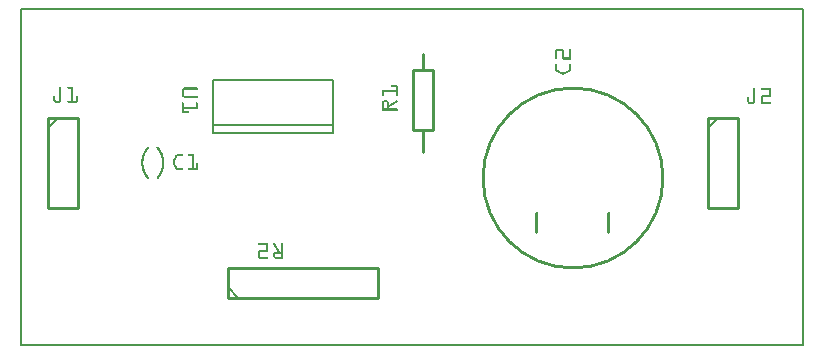
<source format=gto>
G04 MADE WITH FRITZING*
G04 WWW.FRITZING.ORG*
G04 SINGLE SIDED*
G04 HOLES NOT PLATED*
G04 CONTOUR ON CENTER OF CONTOUR VECTOR*
%ASAXBY*%
%FSLAX23Y23*%
%MOIN*%
%OFA0B0*%
%SFA1.0B1.0*%
%ADD10C,0.610000X0.59*%
%ADD11R,2.614480X1.128110X2.598480X1.112110*%
%ADD12C,0.008000*%
%ADD13C,0.010000*%
%ADD14C,0.005000*%
%ADD15R,0.001000X0.001000*%
%LNSILK1*%
G90*
G70*
G54D10*
X1844Y562D03*
G54D12*
X4Y1124D02*
X2610Y1124D01*
X2610Y4D01*
X4Y4D01*
X4Y1124D01*
D02*
G54D13*
X1344Y649D02*
X1344Y721D01*
D02*
X1344Y921D02*
X1344Y974D01*
D02*
X1311Y721D02*
X1311Y921D01*
D02*
X1311Y921D02*
X1377Y921D01*
D02*
X1377Y921D02*
X1377Y721D01*
D02*
X1377Y721D02*
X1311Y721D01*
G54D12*
D02*
X644Y887D02*
X1044Y887D01*
D02*
X1044Y887D02*
X1044Y737D01*
D02*
X1044Y737D02*
X1044Y712D01*
D02*
X1044Y712D02*
X644Y712D01*
D02*
X644Y712D02*
X644Y737D01*
D02*
X644Y737D02*
X644Y887D01*
D02*
X644Y737D02*
X1044Y737D01*
G54D13*
D02*
X94Y762D02*
X94Y462D01*
D02*
X94Y462D02*
X194Y462D01*
D02*
X194Y462D02*
X194Y762D01*
D02*
X194Y762D02*
X94Y762D01*
G54D14*
D02*
X94Y727D02*
X129Y762D01*
G54D13*
D02*
X2294Y762D02*
X2294Y462D01*
D02*
X2294Y462D02*
X2394Y462D01*
D02*
X2394Y462D02*
X2394Y762D01*
D02*
X2394Y762D02*
X2294Y762D01*
G54D14*
D02*
X2294Y727D02*
X2329Y762D01*
G54D13*
D02*
X694Y162D02*
X1194Y162D01*
D02*
X1194Y162D02*
X1194Y262D01*
D02*
X1194Y262D02*
X694Y262D01*
D02*
X694Y262D02*
X694Y162D01*
G54D14*
D02*
X729Y162D02*
X694Y197D01*
G54D15*
X1791Y991D02*
X1808Y991D01*
X1788Y990D02*
X1811Y990D01*
X1833Y990D02*
X1837Y990D01*
X1787Y989D02*
X1812Y989D01*
X1832Y989D02*
X1838Y989D01*
X1786Y988D02*
X1813Y988D01*
X1832Y988D02*
X1838Y988D01*
X1785Y987D02*
X1814Y987D01*
X1832Y987D02*
X1838Y987D01*
X1785Y986D02*
X1814Y986D01*
X1832Y986D02*
X1838Y986D01*
X1785Y985D02*
X1814Y985D01*
X1832Y985D02*
X1838Y985D01*
X1785Y984D02*
X1791Y984D01*
X1808Y984D02*
X1814Y984D01*
X1832Y984D02*
X1838Y984D01*
X1785Y983D02*
X1791Y983D01*
X1808Y983D02*
X1814Y983D01*
X1832Y983D02*
X1838Y983D01*
X1785Y982D02*
X1791Y982D01*
X1808Y982D02*
X1814Y982D01*
X1832Y982D02*
X1838Y982D01*
X1785Y981D02*
X1791Y981D01*
X1808Y981D02*
X1814Y981D01*
X1832Y981D02*
X1838Y981D01*
X1785Y980D02*
X1791Y980D01*
X1808Y980D02*
X1814Y980D01*
X1832Y980D02*
X1838Y980D01*
X1785Y979D02*
X1791Y979D01*
X1808Y979D02*
X1814Y979D01*
X1832Y979D02*
X1838Y979D01*
X1785Y978D02*
X1791Y978D01*
X1808Y978D02*
X1814Y978D01*
X1832Y978D02*
X1838Y978D01*
X1785Y977D02*
X1791Y977D01*
X1808Y977D02*
X1814Y977D01*
X1832Y977D02*
X1838Y977D01*
X1785Y976D02*
X1791Y976D01*
X1808Y976D02*
X1814Y976D01*
X1832Y976D02*
X1838Y976D01*
X1785Y975D02*
X1791Y975D01*
X1808Y975D02*
X1814Y975D01*
X1832Y975D02*
X1838Y975D01*
X1785Y974D02*
X1791Y974D01*
X1808Y974D02*
X1814Y974D01*
X1832Y974D02*
X1838Y974D01*
X1785Y973D02*
X1791Y973D01*
X1808Y973D02*
X1814Y973D01*
X1832Y973D02*
X1838Y973D01*
X1785Y972D02*
X1791Y972D01*
X1808Y972D02*
X1814Y972D01*
X1832Y972D02*
X1838Y972D01*
X1785Y971D02*
X1791Y971D01*
X1808Y971D02*
X1814Y971D01*
X1832Y971D02*
X1838Y971D01*
X1785Y970D02*
X1791Y970D01*
X1808Y970D02*
X1814Y970D01*
X1832Y970D02*
X1838Y970D01*
X1785Y969D02*
X1791Y969D01*
X1808Y969D02*
X1814Y969D01*
X1832Y969D02*
X1838Y969D01*
X1785Y968D02*
X1791Y968D01*
X1808Y968D02*
X1814Y968D01*
X1832Y968D02*
X1838Y968D01*
X1785Y967D02*
X1791Y967D01*
X1808Y967D02*
X1814Y967D01*
X1832Y967D02*
X1838Y967D01*
X1785Y966D02*
X1791Y966D01*
X1808Y966D02*
X1814Y966D01*
X1832Y966D02*
X1838Y966D01*
X1785Y965D02*
X1791Y965D01*
X1808Y965D02*
X1814Y965D01*
X1832Y965D02*
X1838Y965D01*
X1785Y964D02*
X1791Y964D01*
X1808Y964D02*
X1814Y964D01*
X1832Y964D02*
X1838Y964D01*
X1785Y963D02*
X1791Y963D01*
X1808Y963D02*
X1838Y963D01*
X1785Y962D02*
X1791Y962D01*
X1809Y962D02*
X1838Y962D01*
X1785Y961D02*
X1791Y961D01*
X1809Y961D02*
X1838Y961D01*
X1785Y960D02*
X1791Y960D01*
X1809Y960D02*
X1838Y960D01*
X1785Y959D02*
X1791Y959D01*
X1810Y959D02*
X1838Y959D01*
X1785Y958D02*
X1790Y958D01*
X1811Y958D02*
X1838Y958D01*
X1787Y957D02*
X1789Y957D01*
X1813Y957D02*
X1838Y957D01*
X1786Y940D02*
X1790Y940D01*
X1833Y940D02*
X1837Y940D01*
X1785Y939D02*
X1790Y939D01*
X1832Y939D02*
X1838Y939D01*
X1785Y938D02*
X1791Y938D01*
X1832Y938D02*
X1838Y938D01*
X1785Y937D02*
X1791Y937D01*
X1832Y937D02*
X1838Y937D01*
X1785Y936D02*
X1791Y936D01*
X1832Y936D02*
X1838Y936D01*
X1785Y935D02*
X1791Y935D01*
X1832Y935D02*
X1838Y935D01*
X1785Y934D02*
X1791Y934D01*
X1832Y934D02*
X1838Y934D01*
X1785Y933D02*
X1791Y933D01*
X1832Y933D02*
X1838Y933D01*
X1785Y932D02*
X1791Y932D01*
X1832Y932D02*
X1838Y932D01*
X1785Y931D02*
X1791Y931D01*
X1832Y931D02*
X1838Y931D01*
X1785Y930D02*
X1791Y930D01*
X1832Y930D02*
X1838Y930D01*
X1785Y929D02*
X1791Y929D01*
X1832Y929D02*
X1838Y929D01*
X1785Y928D02*
X1791Y928D01*
X1832Y928D02*
X1838Y928D01*
X1785Y927D02*
X1791Y927D01*
X1832Y927D02*
X1838Y927D01*
X1785Y926D02*
X1791Y926D01*
X1832Y926D02*
X1838Y926D01*
X1785Y925D02*
X1791Y925D01*
X1832Y925D02*
X1838Y925D01*
X1785Y924D02*
X1791Y924D01*
X1832Y924D02*
X1838Y924D01*
X1785Y923D02*
X1791Y923D01*
X1832Y923D02*
X1838Y923D01*
X1785Y922D02*
X1792Y922D01*
X1831Y922D02*
X1838Y922D01*
X1785Y921D02*
X1794Y921D01*
X1829Y921D02*
X1837Y921D01*
X1786Y920D02*
X1796Y920D01*
X1827Y920D02*
X1837Y920D01*
X1786Y919D02*
X1798Y919D01*
X1825Y919D02*
X1836Y919D01*
X1787Y918D02*
X1800Y918D01*
X1823Y918D02*
X1835Y918D01*
X1788Y917D02*
X1802Y917D01*
X1821Y917D02*
X1835Y917D01*
X1789Y916D02*
X1804Y916D01*
X1819Y916D02*
X1833Y916D01*
X1791Y915D02*
X1806Y915D01*
X1817Y915D02*
X1832Y915D01*
X1793Y914D02*
X1808Y914D01*
X1815Y914D02*
X1830Y914D01*
X1795Y913D02*
X1828Y913D01*
X1797Y912D02*
X1826Y912D01*
X1799Y911D02*
X1824Y911D01*
X1801Y910D02*
X1822Y910D01*
X1803Y909D02*
X1820Y909D01*
X1805Y908D02*
X1818Y908D01*
X1808Y907D02*
X1815Y907D01*
X1239Y870D02*
X1259Y870D01*
X1238Y869D02*
X1260Y869D01*
X1237Y868D02*
X1261Y868D01*
X1237Y867D02*
X1261Y867D01*
X135Y866D02*
X137Y866D01*
X161Y866D02*
X179Y866D01*
X1237Y866D02*
X1261Y866D01*
X134Y865D02*
X139Y865D01*
X160Y865D02*
X179Y865D01*
X1238Y865D02*
X1261Y865D01*
X134Y864D02*
X139Y864D01*
X159Y864D02*
X179Y864D01*
X1239Y864D02*
X1261Y864D01*
X133Y863D02*
X139Y863D01*
X159Y863D02*
X179Y863D01*
X549Y863D02*
X592Y863D01*
X1255Y863D02*
X1261Y863D01*
X133Y862D02*
X139Y862D01*
X159Y862D02*
X179Y862D01*
X546Y862D02*
X593Y862D01*
X1255Y862D02*
X1261Y862D01*
X133Y861D02*
X139Y861D01*
X160Y861D02*
X179Y861D01*
X545Y861D02*
X594Y861D01*
X1255Y861D02*
X1261Y861D01*
X2447Y861D02*
X2451Y861D01*
X2473Y861D02*
X2502Y861D01*
X133Y860D02*
X139Y860D01*
X161Y860D02*
X179Y860D01*
X544Y860D02*
X594Y860D01*
X1255Y860D02*
X1261Y860D01*
X2446Y860D02*
X2451Y860D01*
X2472Y860D02*
X2503Y860D01*
X133Y859D02*
X139Y859D01*
X173Y859D02*
X179Y859D01*
X543Y859D02*
X594Y859D01*
X1255Y859D02*
X1261Y859D01*
X2446Y859D02*
X2452Y859D01*
X2472Y859D02*
X2504Y859D01*
X133Y858D02*
X139Y858D01*
X173Y858D02*
X179Y858D01*
X542Y858D02*
X594Y858D01*
X1255Y858D02*
X1261Y858D01*
X2446Y858D02*
X2452Y858D01*
X2472Y858D02*
X2505Y858D01*
X133Y857D02*
X139Y857D01*
X173Y857D02*
X179Y857D01*
X542Y857D02*
X593Y857D01*
X1255Y857D02*
X1261Y857D01*
X2446Y857D02*
X2452Y857D01*
X2472Y857D02*
X2505Y857D01*
X133Y856D02*
X139Y856D01*
X173Y856D02*
X179Y856D01*
X542Y856D02*
X549Y856D01*
X1208Y856D02*
X1261Y856D01*
X2446Y856D02*
X2452Y856D01*
X2473Y856D02*
X2505Y856D01*
X133Y855D02*
X139Y855D01*
X173Y855D02*
X179Y855D01*
X541Y855D02*
X548Y855D01*
X1208Y855D02*
X1261Y855D01*
X2446Y855D02*
X2452Y855D01*
X2474Y855D02*
X2505Y855D01*
X133Y854D02*
X139Y854D01*
X173Y854D02*
X179Y854D01*
X541Y854D02*
X547Y854D01*
X1208Y854D02*
X1261Y854D01*
X2446Y854D02*
X2452Y854D01*
X2499Y854D02*
X2505Y854D01*
X133Y853D02*
X139Y853D01*
X173Y853D02*
X179Y853D01*
X541Y853D02*
X547Y853D01*
X1208Y853D02*
X1261Y853D01*
X2446Y853D02*
X2452Y853D01*
X2499Y853D02*
X2505Y853D01*
X133Y852D02*
X139Y852D01*
X173Y852D02*
X179Y852D01*
X541Y852D02*
X547Y852D01*
X1208Y852D02*
X1261Y852D01*
X2446Y852D02*
X2452Y852D01*
X2499Y852D02*
X2505Y852D01*
X133Y851D02*
X139Y851D01*
X173Y851D02*
X179Y851D01*
X541Y851D02*
X547Y851D01*
X1208Y851D02*
X1261Y851D01*
X2446Y851D02*
X2452Y851D01*
X2499Y851D02*
X2505Y851D01*
X133Y850D02*
X139Y850D01*
X173Y850D02*
X179Y850D01*
X541Y850D02*
X547Y850D01*
X1208Y850D02*
X1261Y850D01*
X2446Y850D02*
X2452Y850D01*
X2499Y850D02*
X2505Y850D01*
X133Y849D02*
X139Y849D01*
X173Y849D02*
X179Y849D01*
X541Y849D02*
X547Y849D01*
X1208Y849D02*
X1214Y849D01*
X1255Y849D02*
X1261Y849D01*
X2446Y849D02*
X2452Y849D01*
X2499Y849D02*
X2505Y849D01*
X133Y848D02*
X139Y848D01*
X173Y848D02*
X179Y848D01*
X541Y848D02*
X547Y848D01*
X1208Y848D02*
X1214Y848D01*
X1255Y848D02*
X1261Y848D01*
X2446Y848D02*
X2452Y848D01*
X2499Y848D02*
X2505Y848D01*
X133Y847D02*
X139Y847D01*
X173Y847D02*
X179Y847D01*
X541Y847D02*
X547Y847D01*
X1208Y847D02*
X1214Y847D01*
X1255Y847D02*
X1261Y847D01*
X2446Y847D02*
X2452Y847D01*
X2499Y847D02*
X2505Y847D01*
X133Y846D02*
X139Y846D01*
X173Y846D02*
X179Y846D01*
X541Y846D02*
X547Y846D01*
X1208Y846D02*
X1214Y846D01*
X1255Y846D02*
X1261Y846D01*
X2446Y846D02*
X2452Y846D01*
X2499Y846D02*
X2505Y846D01*
X133Y845D02*
X139Y845D01*
X173Y845D02*
X179Y845D01*
X541Y845D02*
X547Y845D01*
X1208Y845D02*
X1214Y845D01*
X1255Y845D02*
X1261Y845D01*
X2446Y845D02*
X2452Y845D01*
X2499Y845D02*
X2505Y845D01*
X133Y844D02*
X139Y844D01*
X173Y844D02*
X179Y844D01*
X541Y844D02*
X547Y844D01*
X1208Y844D02*
X1214Y844D01*
X1255Y844D02*
X1261Y844D01*
X2446Y844D02*
X2452Y844D01*
X2499Y844D02*
X2505Y844D01*
X133Y843D02*
X139Y843D01*
X173Y843D02*
X179Y843D01*
X541Y843D02*
X547Y843D01*
X1208Y843D02*
X1214Y843D01*
X1255Y843D02*
X1261Y843D01*
X2446Y843D02*
X2452Y843D01*
X2499Y843D02*
X2505Y843D01*
X133Y842D02*
X139Y842D01*
X173Y842D02*
X179Y842D01*
X541Y842D02*
X547Y842D01*
X1208Y842D02*
X1214Y842D01*
X1255Y842D02*
X1261Y842D01*
X2446Y842D02*
X2452Y842D01*
X2499Y842D02*
X2505Y842D01*
X133Y841D02*
X139Y841D01*
X173Y841D02*
X179Y841D01*
X541Y841D02*
X547Y841D01*
X1208Y841D02*
X1214Y841D01*
X1255Y841D02*
X1261Y841D01*
X2446Y841D02*
X2452Y841D01*
X2499Y841D02*
X2505Y841D01*
X133Y840D02*
X139Y840D01*
X173Y840D02*
X179Y840D01*
X541Y840D02*
X547Y840D01*
X1208Y840D02*
X1214Y840D01*
X1255Y840D02*
X1261Y840D01*
X2446Y840D02*
X2452Y840D01*
X2499Y840D02*
X2505Y840D01*
X133Y839D02*
X139Y839D01*
X173Y839D02*
X179Y839D01*
X541Y839D02*
X547Y839D01*
X1208Y839D02*
X1214Y839D01*
X1255Y839D02*
X1261Y839D01*
X2446Y839D02*
X2452Y839D01*
X2499Y839D02*
X2505Y839D01*
X133Y838D02*
X139Y838D01*
X173Y838D02*
X179Y838D01*
X541Y838D02*
X547Y838D01*
X1208Y838D02*
X1213Y838D01*
X1255Y838D02*
X1261Y838D01*
X2446Y838D02*
X2452Y838D01*
X2477Y838D02*
X2505Y838D01*
X133Y837D02*
X139Y837D01*
X173Y837D02*
X179Y837D01*
X541Y837D02*
X548Y837D01*
X1209Y837D02*
X1213Y837D01*
X1256Y837D02*
X1260Y837D01*
X2446Y837D02*
X2452Y837D01*
X2475Y837D02*
X2505Y837D01*
X114Y836D02*
X117Y836D01*
X133Y836D02*
X139Y836D01*
X173Y836D02*
X179Y836D01*
X188Y836D02*
X192Y836D01*
X542Y836D02*
X550Y836D01*
X2446Y836D02*
X2452Y836D01*
X2474Y836D02*
X2505Y836D01*
X113Y835D02*
X118Y835D01*
X133Y835D02*
X139Y835D01*
X173Y835D02*
X179Y835D01*
X187Y835D02*
X192Y835D01*
X542Y835D02*
X593Y835D01*
X2446Y835D02*
X2452Y835D01*
X2473Y835D02*
X2505Y835D01*
X113Y834D02*
X119Y834D01*
X133Y834D02*
X139Y834D01*
X173Y834D02*
X179Y834D01*
X187Y834D02*
X193Y834D01*
X543Y834D02*
X594Y834D01*
X2446Y834D02*
X2452Y834D01*
X2472Y834D02*
X2504Y834D01*
X113Y833D02*
X119Y833D01*
X133Y833D02*
X139Y833D01*
X173Y833D02*
X179Y833D01*
X187Y833D02*
X193Y833D01*
X543Y833D02*
X594Y833D01*
X2446Y833D02*
X2452Y833D01*
X2472Y833D02*
X2503Y833D01*
X113Y832D02*
X119Y832D01*
X133Y832D02*
X139Y832D01*
X173Y832D02*
X179Y832D01*
X187Y832D02*
X193Y832D01*
X544Y832D02*
X594Y832D01*
X2427Y832D02*
X2429Y832D01*
X2446Y832D02*
X2452Y832D01*
X2472Y832D02*
X2501Y832D01*
X113Y831D02*
X119Y831D01*
X133Y831D02*
X139Y831D01*
X173Y831D02*
X179Y831D01*
X187Y831D02*
X193Y831D01*
X545Y831D02*
X594Y831D01*
X2426Y831D02*
X2430Y831D01*
X2446Y831D02*
X2452Y831D01*
X2472Y831D02*
X2478Y831D01*
X113Y830D02*
X119Y830D01*
X133Y830D02*
X139Y830D01*
X173Y830D02*
X179Y830D01*
X187Y830D02*
X193Y830D01*
X547Y830D02*
X593Y830D01*
X2425Y830D02*
X2431Y830D01*
X2446Y830D02*
X2452Y830D01*
X2472Y830D02*
X2478Y830D01*
X113Y829D02*
X119Y829D01*
X133Y829D02*
X139Y829D01*
X173Y829D02*
X179Y829D01*
X187Y829D02*
X193Y829D01*
X550Y829D02*
X592Y829D01*
X2425Y829D02*
X2431Y829D01*
X2446Y829D02*
X2452Y829D01*
X2472Y829D02*
X2478Y829D01*
X113Y828D02*
X119Y828D01*
X133Y828D02*
X139Y828D01*
X173Y828D02*
X179Y828D01*
X187Y828D02*
X193Y828D01*
X2425Y828D02*
X2431Y828D01*
X2446Y828D02*
X2452Y828D01*
X2472Y828D02*
X2478Y828D01*
X113Y827D02*
X119Y827D01*
X133Y827D02*
X139Y827D01*
X173Y827D02*
X179Y827D01*
X187Y827D02*
X193Y827D01*
X2425Y827D02*
X2431Y827D01*
X2446Y827D02*
X2452Y827D01*
X2472Y827D02*
X2478Y827D01*
X113Y826D02*
X119Y826D01*
X133Y826D02*
X139Y826D01*
X173Y826D02*
X179Y826D01*
X187Y826D02*
X193Y826D01*
X2425Y826D02*
X2431Y826D01*
X2446Y826D02*
X2452Y826D01*
X2472Y826D02*
X2478Y826D01*
X113Y825D02*
X119Y825D01*
X133Y825D02*
X139Y825D01*
X173Y825D02*
X179Y825D01*
X187Y825D02*
X193Y825D01*
X2425Y825D02*
X2431Y825D01*
X2446Y825D02*
X2452Y825D01*
X2472Y825D02*
X2478Y825D01*
X113Y824D02*
X119Y824D01*
X133Y824D02*
X139Y824D01*
X173Y824D02*
X179Y824D01*
X187Y824D02*
X193Y824D01*
X2425Y824D02*
X2431Y824D01*
X2446Y824D02*
X2452Y824D01*
X2472Y824D02*
X2478Y824D01*
X113Y823D02*
X119Y823D01*
X133Y823D02*
X139Y823D01*
X173Y823D02*
X179Y823D01*
X187Y823D02*
X193Y823D01*
X2425Y823D02*
X2431Y823D01*
X2446Y823D02*
X2452Y823D01*
X2472Y823D02*
X2478Y823D01*
X113Y822D02*
X119Y822D01*
X133Y822D02*
X139Y822D01*
X173Y822D02*
X179Y822D01*
X187Y822D02*
X193Y822D01*
X2425Y822D02*
X2431Y822D01*
X2446Y822D02*
X2452Y822D01*
X2472Y822D02*
X2478Y822D01*
X113Y821D02*
X119Y821D01*
X133Y821D02*
X139Y821D01*
X173Y821D02*
X179Y821D01*
X187Y821D02*
X193Y821D01*
X2425Y821D02*
X2431Y821D01*
X2446Y821D02*
X2452Y821D01*
X2472Y821D02*
X2478Y821D01*
X113Y820D02*
X120Y820D01*
X132Y820D02*
X139Y820D01*
X173Y820D02*
X179Y820D01*
X187Y820D02*
X193Y820D01*
X1215Y820D02*
X1225Y820D01*
X1256Y820D02*
X1259Y820D01*
X2425Y820D02*
X2431Y820D01*
X2446Y820D02*
X2452Y820D01*
X2472Y820D02*
X2478Y820D01*
X113Y819D02*
X139Y819D01*
X162Y819D02*
X193Y819D01*
X1213Y819D02*
X1226Y819D01*
X1255Y819D02*
X1260Y819D01*
X2425Y819D02*
X2431Y819D01*
X2446Y819D02*
X2452Y819D01*
X2472Y819D02*
X2478Y819D01*
X114Y818D02*
X138Y818D01*
X160Y818D02*
X193Y818D01*
X1211Y818D02*
X1228Y818D01*
X1253Y818D02*
X1261Y818D01*
X2425Y818D02*
X2431Y818D01*
X2446Y818D02*
X2452Y818D01*
X2472Y818D02*
X2478Y818D01*
X114Y817D02*
X138Y817D01*
X160Y817D02*
X193Y817D01*
X1210Y817D02*
X1229Y817D01*
X1251Y817D02*
X1261Y817D01*
X2425Y817D02*
X2432Y817D01*
X2446Y817D02*
X2452Y817D01*
X2472Y817D02*
X2478Y817D01*
X115Y816D02*
X137Y816D01*
X159Y816D02*
X193Y816D01*
X1210Y816D02*
X1230Y816D01*
X1250Y816D02*
X1261Y816D01*
X2425Y816D02*
X2432Y816D01*
X2445Y816D02*
X2452Y816D01*
X2472Y816D02*
X2478Y816D01*
X116Y815D02*
X136Y815D01*
X159Y815D02*
X193Y815D01*
X1209Y815D02*
X1230Y815D01*
X1248Y815D02*
X1260Y815D01*
X2426Y815D02*
X2433Y815D01*
X2444Y815D02*
X2451Y815D01*
X2472Y815D02*
X2478Y815D01*
X117Y814D02*
X135Y814D01*
X160Y814D02*
X192Y814D01*
X1209Y814D02*
X1231Y814D01*
X1246Y814D02*
X1259Y814D01*
X2426Y814D02*
X2451Y814D01*
X2472Y814D02*
X2504Y814D01*
X119Y813D02*
X133Y813D01*
X161Y813D02*
X191Y813D01*
X543Y813D02*
X545Y813D01*
X590Y813D02*
X592Y813D01*
X1208Y813D02*
X1215Y813D01*
X1224Y813D02*
X1231Y813D01*
X1244Y813D02*
X1257Y813D01*
X2427Y813D02*
X2451Y813D01*
X2472Y813D02*
X2505Y813D01*
X542Y812D02*
X546Y812D01*
X589Y812D02*
X593Y812D01*
X1208Y812D02*
X1214Y812D01*
X1225Y812D02*
X1231Y812D01*
X1243Y812D02*
X1256Y812D01*
X2427Y812D02*
X2450Y812D01*
X2472Y812D02*
X2505Y812D01*
X541Y811D02*
X547Y811D01*
X588Y811D02*
X594Y811D01*
X1208Y811D02*
X1214Y811D01*
X1225Y811D02*
X1231Y811D01*
X1241Y811D02*
X1254Y811D01*
X2428Y811D02*
X2449Y811D01*
X2472Y811D02*
X2505Y811D01*
X541Y810D02*
X547Y810D01*
X588Y810D02*
X594Y810D01*
X1208Y810D02*
X1214Y810D01*
X1225Y810D02*
X1232Y810D01*
X1239Y810D02*
X1252Y810D01*
X2429Y810D02*
X2448Y810D01*
X2472Y810D02*
X2505Y810D01*
X541Y809D02*
X547Y809D01*
X588Y809D02*
X594Y809D01*
X1208Y809D02*
X1214Y809D01*
X1225Y809D02*
X1232Y809D01*
X1238Y809D02*
X1251Y809D01*
X2431Y809D02*
X2446Y809D01*
X2472Y809D02*
X2505Y809D01*
X541Y808D02*
X547Y808D01*
X588Y808D02*
X594Y808D01*
X1208Y808D02*
X1214Y808D01*
X1225Y808D02*
X1232Y808D01*
X1236Y808D02*
X1249Y808D01*
X2433Y808D02*
X2444Y808D01*
X2472Y808D02*
X2503Y808D01*
X541Y807D02*
X547Y807D01*
X588Y807D02*
X594Y807D01*
X1208Y807D02*
X1214Y807D01*
X1225Y807D02*
X1232Y807D01*
X1234Y807D02*
X1247Y807D01*
X541Y806D02*
X547Y806D01*
X588Y806D02*
X594Y806D01*
X1208Y806D02*
X1214Y806D01*
X1225Y806D02*
X1245Y806D01*
X541Y805D02*
X547Y805D01*
X588Y805D02*
X594Y805D01*
X1208Y805D02*
X1214Y805D01*
X1225Y805D02*
X1244Y805D01*
X541Y804D02*
X547Y804D01*
X588Y804D02*
X594Y804D01*
X1208Y804D02*
X1214Y804D01*
X1225Y804D02*
X1242Y804D01*
X541Y803D02*
X547Y803D01*
X588Y803D02*
X594Y803D01*
X1208Y803D02*
X1214Y803D01*
X1225Y803D02*
X1240Y803D01*
X541Y802D02*
X547Y802D01*
X588Y802D02*
X594Y802D01*
X1208Y802D02*
X1214Y802D01*
X1225Y802D02*
X1239Y802D01*
X541Y801D02*
X547Y801D01*
X588Y801D02*
X594Y801D01*
X1208Y801D02*
X1214Y801D01*
X1225Y801D02*
X1237Y801D01*
X541Y800D02*
X547Y800D01*
X588Y800D02*
X594Y800D01*
X1208Y800D02*
X1214Y800D01*
X1225Y800D02*
X1235Y800D01*
X541Y799D02*
X594Y799D01*
X1208Y799D02*
X1214Y799D01*
X1225Y799D02*
X1233Y799D01*
X541Y798D02*
X594Y798D01*
X1208Y798D02*
X1214Y798D01*
X1225Y798D02*
X1232Y798D01*
X541Y797D02*
X594Y797D01*
X1208Y797D02*
X1214Y797D01*
X1225Y797D02*
X1232Y797D01*
X541Y796D02*
X594Y796D01*
X1208Y796D02*
X1214Y796D01*
X1225Y796D02*
X1232Y796D01*
X541Y795D02*
X594Y795D01*
X1208Y795D02*
X1214Y795D01*
X1225Y795D02*
X1232Y795D01*
X541Y794D02*
X594Y794D01*
X1208Y794D02*
X1214Y794D01*
X1225Y794D02*
X1232Y794D01*
X541Y793D02*
X594Y793D01*
X1208Y793D02*
X1258Y793D01*
X541Y792D02*
X547Y792D01*
X1208Y792D02*
X1260Y792D01*
X541Y791D02*
X547Y791D01*
X1208Y791D02*
X1261Y791D01*
X541Y790D02*
X547Y790D01*
X1208Y790D02*
X1261Y790D01*
X541Y789D02*
X547Y789D01*
X1208Y789D02*
X1261Y789D01*
X541Y788D02*
X547Y788D01*
X1208Y788D02*
X1261Y788D01*
X541Y787D02*
X547Y787D01*
X1208Y787D02*
X1260Y787D01*
X541Y786D02*
X547Y786D01*
X541Y785D02*
X563Y785D01*
X541Y784D02*
X564Y784D01*
X541Y783D02*
X565Y783D01*
X541Y782D02*
X565Y782D01*
X541Y781D02*
X564Y781D01*
X542Y780D02*
X564Y780D01*
X544Y779D02*
X562Y779D01*
X459Y666D02*
X460Y666D01*
X426Y665D02*
X429Y665D01*
X457Y665D02*
X462Y665D01*
X425Y664D02*
X430Y664D01*
X457Y664D02*
X463Y664D01*
X424Y663D02*
X431Y663D01*
X456Y663D02*
X464Y663D01*
X423Y662D02*
X431Y662D01*
X456Y662D02*
X464Y662D01*
X423Y661D02*
X431Y661D01*
X456Y661D02*
X465Y661D01*
X422Y660D02*
X431Y660D01*
X457Y660D02*
X466Y660D01*
X421Y659D02*
X430Y659D01*
X458Y659D02*
X467Y659D01*
X420Y658D02*
X429Y658D01*
X458Y658D02*
X467Y658D01*
X420Y657D02*
X429Y657D01*
X459Y657D02*
X468Y657D01*
X419Y656D02*
X428Y656D01*
X460Y656D02*
X469Y656D01*
X418Y655D02*
X427Y655D01*
X461Y655D02*
X470Y655D01*
X418Y654D02*
X426Y654D01*
X462Y654D02*
X470Y654D01*
X417Y653D02*
X425Y653D01*
X462Y653D02*
X471Y653D01*
X416Y652D02*
X425Y652D01*
X463Y652D02*
X471Y652D01*
X416Y651D02*
X424Y651D01*
X464Y651D02*
X472Y651D01*
X415Y650D02*
X423Y650D01*
X464Y650D02*
X472Y650D01*
X415Y649D02*
X423Y649D01*
X465Y649D02*
X473Y649D01*
X414Y648D02*
X422Y648D01*
X466Y648D02*
X474Y648D01*
X414Y647D02*
X422Y647D01*
X466Y647D02*
X474Y647D01*
X413Y646D02*
X421Y646D01*
X467Y646D02*
X475Y646D01*
X413Y645D02*
X421Y645D01*
X467Y645D02*
X475Y645D01*
X412Y644D02*
X420Y644D01*
X468Y644D02*
X475Y644D01*
X412Y643D02*
X419Y643D01*
X468Y643D02*
X476Y643D01*
X411Y642D02*
X419Y642D01*
X469Y642D02*
X476Y642D01*
X411Y641D02*
X418Y641D01*
X469Y641D02*
X477Y641D01*
X526Y641D02*
X542Y641D01*
X563Y641D02*
X581Y641D01*
X411Y640D02*
X418Y640D01*
X470Y640D02*
X477Y640D01*
X524Y640D02*
X544Y640D01*
X562Y640D02*
X581Y640D01*
X410Y639D02*
X418Y639D01*
X470Y639D02*
X477Y639D01*
X522Y639D02*
X544Y639D01*
X561Y639D02*
X581Y639D01*
X410Y638D02*
X417Y638D01*
X471Y638D02*
X478Y638D01*
X521Y638D02*
X544Y638D01*
X561Y638D02*
X581Y638D01*
X410Y637D02*
X417Y637D01*
X471Y637D02*
X478Y637D01*
X520Y637D02*
X544Y637D01*
X561Y637D02*
X581Y637D01*
X409Y636D02*
X416Y636D01*
X471Y636D02*
X478Y636D01*
X520Y636D02*
X544Y636D01*
X561Y636D02*
X581Y636D01*
X409Y635D02*
X416Y635D01*
X472Y635D02*
X479Y635D01*
X519Y635D02*
X543Y635D01*
X562Y635D02*
X581Y635D01*
X409Y634D02*
X416Y634D01*
X472Y634D02*
X479Y634D01*
X519Y634D02*
X526Y634D01*
X575Y634D02*
X581Y634D01*
X408Y633D02*
X415Y633D01*
X472Y633D02*
X479Y633D01*
X518Y633D02*
X525Y633D01*
X575Y633D02*
X581Y633D01*
X408Y632D02*
X415Y632D01*
X473Y632D02*
X480Y632D01*
X518Y632D02*
X525Y632D01*
X575Y632D02*
X581Y632D01*
X408Y631D02*
X415Y631D01*
X473Y631D02*
X480Y631D01*
X517Y631D02*
X524Y631D01*
X575Y631D02*
X581Y631D01*
X408Y630D02*
X415Y630D01*
X473Y630D02*
X480Y630D01*
X517Y630D02*
X524Y630D01*
X575Y630D02*
X581Y630D01*
X408Y629D02*
X414Y629D01*
X473Y629D02*
X480Y629D01*
X516Y629D02*
X523Y629D01*
X575Y629D02*
X581Y629D01*
X407Y628D02*
X414Y628D01*
X474Y628D02*
X480Y628D01*
X516Y628D02*
X523Y628D01*
X575Y628D02*
X581Y628D01*
X407Y627D02*
X414Y627D01*
X474Y627D02*
X481Y627D01*
X515Y627D02*
X522Y627D01*
X575Y627D02*
X581Y627D01*
X407Y626D02*
X414Y626D01*
X474Y626D02*
X481Y626D01*
X515Y626D02*
X522Y626D01*
X575Y626D02*
X581Y626D01*
X407Y625D02*
X413Y625D01*
X474Y625D02*
X481Y625D01*
X514Y625D02*
X521Y625D01*
X575Y625D02*
X581Y625D01*
X407Y624D02*
X413Y624D01*
X475Y624D02*
X481Y624D01*
X514Y624D02*
X521Y624D01*
X575Y624D02*
X581Y624D01*
X406Y623D02*
X413Y623D01*
X475Y623D02*
X481Y623D01*
X513Y623D02*
X520Y623D01*
X575Y623D02*
X581Y623D01*
X406Y622D02*
X413Y622D01*
X475Y622D02*
X481Y622D01*
X513Y622D02*
X520Y622D01*
X575Y622D02*
X581Y622D01*
X406Y621D02*
X413Y621D01*
X475Y621D02*
X482Y621D01*
X512Y621D02*
X519Y621D01*
X575Y621D02*
X581Y621D01*
X406Y620D02*
X413Y620D01*
X475Y620D02*
X482Y620D01*
X512Y620D02*
X519Y620D01*
X575Y620D02*
X581Y620D01*
X406Y619D02*
X413Y619D01*
X475Y619D02*
X482Y619D01*
X512Y619D02*
X518Y619D01*
X575Y619D02*
X581Y619D01*
X406Y618D02*
X412Y618D01*
X475Y618D02*
X482Y618D01*
X511Y618D02*
X518Y618D01*
X575Y618D02*
X581Y618D01*
X406Y617D02*
X412Y617D01*
X475Y617D02*
X482Y617D01*
X511Y617D02*
X517Y617D01*
X575Y617D02*
X581Y617D01*
X406Y616D02*
X412Y616D01*
X475Y616D02*
X482Y616D01*
X511Y616D02*
X517Y616D01*
X575Y616D02*
X581Y616D01*
X406Y615D02*
X412Y615D01*
X475Y615D02*
X482Y615D01*
X511Y615D02*
X517Y615D01*
X575Y615D02*
X581Y615D01*
X406Y614D02*
X412Y614D01*
X476Y614D02*
X482Y614D01*
X511Y614D02*
X517Y614D01*
X575Y614D02*
X581Y614D01*
X406Y613D02*
X412Y613D01*
X476Y613D02*
X482Y613D01*
X511Y613D02*
X517Y613D01*
X575Y613D02*
X581Y613D01*
X406Y612D02*
X412Y612D01*
X476Y612D02*
X482Y612D01*
X511Y612D02*
X517Y612D01*
X575Y612D02*
X581Y612D01*
X406Y611D02*
X412Y611D01*
X476Y611D02*
X482Y611D01*
X511Y611D02*
X518Y611D01*
X575Y611D02*
X581Y611D01*
X590Y611D02*
X593Y611D01*
X406Y610D02*
X412Y610D01*
X476Y610D02*
X482Y610D01*
X511Y610D02*
X518Y610D01*
X575Y610D02*
X581Y610D01*
X589Y610D02*
X594Y610D01*
X406Y609D02*
X412Y609D01*
X475Y609D02*
X482Y609D01*
X512Y609D02*
X518Y609D01*
X575Y609D02*
X581Y609D01*
X588Y609D02*
X594Y609D01*
X406Y608D02*
X412Y608D01*
X475Y608D02*
X482Y608D01*
X512Y608D02*
X519Y608D01*
X575Y608D02*
X581Y608D01*
X588Y608D02*
X594Y608D01*
X406Y607D02*
X412Y607D01*
X475Y607D02*
X482Y607D01*
X513Y607D02*
X519Y607D01*
X575Y607D02*
X581Y607D01*
X588Y607D02*
X594Y607D01*
X406Y606D02*
X412Y606D01*
X475Y606D02*
X482Y606D01*
X513Y606D02*
X520Y606D01*
X575Y606D02*
X581Y606D01*
X588Y606D02*
X594Y606D01*
X406Y605D02*
X412Y605D01*
X475Y605D02*
X482Y605D01*
X514Y605D02*
X520Y605D01*
X575Y605D02*
X581Y605D01*
X588Y605D02*
X594Y605D01*
X406Y604D02*
X413Y604D01*
X475Y604D02*
X482Y604D01*
X514Y604D02*
X521Y604D01*
X575Y604D02*
X581Y604D01*
X588Y604D02*
X594Y604D01*
X406Y603D02*
X413Y603D01*
X475Y603D02*
X482Y603D01*
X515Y603D02*
X521Y603D01*
X575Y603D02*
X581Y603D01*
X588Y603D02*
X594Y603D01*
X406Y602D02*
X413Y602D01*
X475Y602D02*
X481Y602D01*
X515Y602D02*
X522Y602D01*
X575Y602D02*
X581Y602D01*
X588Y602D02*
X594Y602D01*
X406Y601D02*
X413Y601D01*
X475Y601D02*
X481Y601D01*
X516Y601D02*
X522Y601D01*
X575Y601D02*
X581Y601D01*
X588Y601D02*
X594Y601D01*
X407Y600D02*
X413Y600D01*
X475Y600D02*
X481Y600D01*
X516Y600D02*
X523Y600D01*
X575Y600D02*
X581Y600D01*
X588Y600D02*
X594Y600D01*
X407Y599D02*
X413Y599D01*
X474Y599D02*
X481Y599D01*
X517Y599D02*
X523Y599D01*
X575Y599D02*
X581Y599D01*
X588Y599D02*
X594Y599D01*
X407Y598D02*
X414Y598D01*
X474Y598D02*
X481Y598D01*
X517Y598D02*
X524Y598D01*
X575Y598D02*
X581Y598D01*
X588Y598D02*
X594Y598D01*
X407Y597D02*
X414Y597D01*
X474Y597D02*
X481Y597D01*
X518Y597D02*
X525Y597D01*
X575Y597D02*
X581Y597D01*
X588Y597D02*
X594Y597D01*
X407Y596D02*
X414Y596D01*
X474Y596D02*
X480Y596D01*
X518Y596D02*
X525Y596D01*
X575Y596D02*
X581Y596D01*
X588Y596D02*
X594Y596D01*
X407Y595D02*
X414Y595D01*
X473Y595D02*
X480Y595D01*
X519Y595D02*
X526Y595D01*
X575Y595D02*
X581Y595D01*
X588Y595D02*
X594Y595D01*
X408Y594D02*
X415Y594D01*
X473Y594D02*
X480Y594D01*
X519Y594D02*
X542Y594D01*
X563Y594D02*
X594Y594D01*
X408Y593D02*
X415Y593D01*
X473Y593D02*
X480Y593D01*
X520Y593D02*
X544Y593D01*
X562Y593D02*
X594Y593D01*
X408Y592D02*
X415Y592D01*
X473Y592D02*
X480Y592D01*
X520Y592D02*
X544Y592D01*
X561Y592D02*
X594Y592D01*
X408Y591D02*
X415Y591D01*
X472Y591D02*
X479Y591D01*
X521Y591D02*
X544Y591D01*
X561Y591D02*
X594Y591D01*
X409Y590D02*
X416Y590D01*
X472Y590D02*
X479Y590D01*
X522Y590D02*
X544Y590D01*
X561Y590D02*
X594Y590D01*
X409Y589D02*
X416Y589D01*
X472Y589D02*
X479Y589D01*
X523Y589D02*
X544Y589D01*
X561Y589D02*
X594Y589D01*
X409Y588D02*
X416Y588D01*
X471Y588D02*
X478Y588D01*
X525Y588D02*
X543Y588D01*
X562Y588D02*
X593Y588D01*
X410Y587D02*
X417Y587D01*
X471Y587D02*
X478Y587D01*
X410Y586D02*
X417Y586D01*
X471Y586D02*
X478Y586D01*
X410Y585D02*
X418Y585D01*
X470Y585D02*
X477Y585D01*
X411Y584D02*
X418Y584D01*
X470Y584D02*
X477Y584D01*
X411Y583D02*
X419Y583D01*
X469Y583D02*
X477Y583D01*
X411Y582D02*
X419Y582D01*
X469Y582D02*
X476Y582D01*
X412Y581D02*
X419Y581D01*
X468Y581D02*
X476Y581D01*
X412Y580D02*
X420Y580D01*
X468Y580D02*
X475Y580D01*
X413Y579D02*
X420Y579D01*
X467Y579D02*
X475Y579D01*
X413Y578D02*
X421Y578D01*
X467Y578D02*
X475Y578D01*
X414Y577D02*
X422Y577D01*
X466Y577D02*
X474Y577D01*
X414Y576D02*
X422Y576D01*
X466Y576D02*
X474Y576D01*
X415Y575D02*
X423Y575D01*
X465Y575D02*
X473Y575D01*
X415Y574D02*
X423Y574D01*
X464Y574D02*
X472Y574D01*
X416Y573D02*
X424Y573D01*
X464Y573D02*
X472Y573D01*
X416Y572D02*
X425Y572D01*
X463Y572D02*
X471Y572D01*
X417Y571D02*
X425Y571D01*
X462Y571D02*
X471Y571D01*
X418Y570D02*
X426Y570D01*
X462Y570D02*
X470Y570D01*
X418Y569D02*
X427Y569D01*
X461Y569D02*
X469Y569D01*
X419Y568D02*
X428Y568D01*
X460Y568D02*
X469Y568D01*
X420Y567D02*
X429Y567D01*
X459Y567D02*
X468Y567D01*
X420Y566D02*
X429Y566D01*
X458Y566D02*
X468Y566D01*
X421Y565D02*
X430Y565D01*
X458Y565D02*
X467Y565D01*
X422Y564D02*
X431Y564D01*
X457Y564D02*
X466Y564D01*
X423Y563D02*
X431Y563D01*
X457Y563D02*
X465Y563D01*
X423Y562D02*
X432Y562D01*
X457Y562D02*
X464Y562D01*
X424Y561D02*
X431Y561D01*
X457Y561D02*
X464Y561D01*
X425Y560D02*
X431Y560D01*
X457Y560D02*
X463Y560D01*
X426Y559D02*
X430Y559D01*
X458Y559D02*
X462Y559D01*
X428Y558D02*
X429Y558D01*
X1722Y447D02*
X1726Y447D01*
X1962Y447D02*
X1966Y447D01*
X1720Y446D02*
X1727Y446D01*
X1960Y446D02*
X1967Y446D01*
X1719Y445D02*
X1728Y445D01*
X1959Y445D02*
X1968Y445D01*
X1719Y444D02*
X1728Y444D01*
X1959Y444D02*
X1968Y444D01*
X1719Y443D02*
X1729Y443D01*
X1959Y443D02*
X1969Y443D01*
X1719Y442D02*
X1729Y442D01*
X1959Y442D02*
X1969Y442D01*
X1719Y441D02*
X1729Y441D01*
X1959Y441D02*
X1969Y441D01*
X1719Y440D02*
X1729Y440D01*
X1959Y440D02*
X1969Y440D01*
X1719Y439D02*
X1729Y439D01*
X1959Y439D02*
X1969Y439D01*
X1719Y438D02*
X1729Y438D01*
X1959Y438D02*
X1969Y438D01*
X1719Y437D02*
X1729Y437D01*
X1959Y437D02*
X1969Y437D01*
X1719Y436D02*
X1729Y436D01*
X1959Y436D02*
X1969Y436D01*
X1719Y435D02*
X1729Y435D01*
X1959Y435D02*
X1969Y435D01*
X1719Y434D02*
X1729Y434D01*
X1959Y434D02*
X1969Y434D01*
X1719Y433D02*
X1729Y433D01*
X1959Y433D02*
X1969Y433D01*
X1719Y432D02*
X1729Y432D01*
X1959Y432D02*
X1969Y432D01*
X1719Y431D02*
X1729Y431D01*
X1959Y431D02*
X1969Y431D01*
X1719Y430D02*
X1729Y430D01*
X1959Y430D02*
X1969Y430D01*
X1719Y429D02*
X1729Y429D01*
X1959Y429D02*
X1969Y429D01*
X1719Y428D02*
X1729Y428D01*
X1959Y428D02*
X1969Y428D01*
X1719Y427D02*
X1729Y427D01*
X1959Y427D02*
X1969Y427D01*
X1719Y426D02*
X1729Y426D01*
X1959Y426D02*
X1969Y426D01*
X1719Y425D02*
X1729Y425D01*
X1959Y425D02*
X1969Y425D01*
X1719Y424D02*
X1729Y424D01*
X1959Y424D02*
X1969Y424D01*
X1719Y423D02*
X1729Y423D01*
X1959Y423D02*
X1969Y423D01*
X1719Y422D02*
X1729Y422D01*
X1959Y422D02*
X1969Y422D01*
X1719Y421D02*
X1729Y421D01*
X1959Y421D02*
X1969Y421D01*
X1719Y420D02*
X1729Y420D01*
X1959Y420D02*
X1969Y420D01*
X1719Y419D02*
X1729Y419D01*
X1959Y419D02*
X1969Y419D01*
X1719Y418D02*
X1729Y418D01*
X1959Y418D02*
X1969Y418D01*
X1719Y417D02*
X1729Y417D01*
X1959Y417D02*
X1969Y417D01*
X1719Y416D02*
X1729Y416D01*
X1959Y416D02*
X1969Y416D01*
X1719Y415D02*
X1729Y415D01*
X1959Y415D02*
X1969Y415D01*
X1719Y414D02*
X1729Y414D01*
X1959Y414D02*
X1969Y414D01*
X1719Y413D02*
X1729Y413D01*
X1959Y413D02*
X1969Y413D01*
X1719Y412D02*
X1729Y412D01*
X1959Y412D02*
X1969Y412D01*
X1719Y411D02*
X1729Y411D01*
X1959Y411D02*
X1969Y411D01*
X1719Y410D02*
X1729Y410D01*
X1959Y410D02*
X1969Y410D01*
X1719Y409D02*
X1729Y409D01*
X1959Y409D02*
X1969Y409D01*
X1719Y408D02*
X1729Y408D01*
X1959Y408D02*
X1969Y408D01*
X1719Y407D02*
X1729Y407D01*
X1959Y407D02*
X1969Y407D01*
X1719Y406D02*
X1729Y406D01*
X1959Y406D02*
X1969Y406D01*
X1719Y405D02*
X1729Y405D01*
X1959Y405D02*
X1969Y405D01*
X1719Y404D02*
X1729Y404D01*
X1959Y404D02*
X1969Y404D01*
X1719Y403D02*
X1729Y403D01*
X1959Y403D02*
X1969Y403D01*
X1719Y402D02*
X1729Y402D01*
X1959Y402D02*
X1969Y402D01*
X1719Y401D02*
X1729Y401D01*
X1959Y401D02*
X1969Y401D01*
X1719Y400D02*
X1729Y400D01*
X1959Y400D02*
X1969Y400D01*
X1719Y399D02*
X1729Y399D01*
X1959Y399D02*
X1969Y399D01*
X1719Y398D02*
X1729Y398D01*
X1959Y398D02*
X1969Y398D01*
X1719Y397D02*
X1729Y397D01*
X1959Y397D02*
X1969Y397D01*
X1719Y396D02*
X1729Y396D01*
X1959Y396D02*
X1969Y396D01*
X1719Y395D02*
X1729Y395D01*
X1959Y395D02*
X1969Y395D01*
X1719Y394D02*
X1729Y394D01*
X1959Y394D02*
X1969Y394D01*
X1719Y393D02*
X1729Y393D01*
X1959Y393D02*
X1969Y393D01*
X1719Y392D02*
X1729Y392D01*
X1959Y392D02*
X1969Y392D01*
X1719Y391D02*
X1729Y391D01*
X1959Y391D02*
X1969Y391D01*
X1719Y390D02*
X1729Y390D01*
X1959Y390D02*
X1969Y390D01*
X1719Y389D02*
X1729Y389D01*
X1959Y389D02*
X1969Y389D01*
X1719Y388D02*
X1729Y388D01*
X1959Y388D02*
X1969Y388D01*
X1719Y387D02*
X1729Y387D01*
X1959Y387D02*
X1969Y387D01*
X1719Y386D02*
X1729Y386D01*
X1959Y386D02*
X1969Y386D01*
X1719Y385D02*
X1729Y385D01*
X1959Y385D02*
X1969Y385D01*
X1719Y384D02*
X1729Y384D01*
X1959Y384D02*
X1969Y384D01*
X1719Y383D02*
X1729Y383D01*
X1959Y383D02*
X1969Y383D01*
X1719Y382D02*
X1729Y382D01*
X1959Y382D02*
X1969Y382D01*
X1719Y381D02*
X1729Y381D01*
X1959Y381D02*
X1969Y381D01*
X1719Y380D02*
X1728Y380D01*
X1959Y380D02*
X1968Y380D01*
X1719Y379D02*
X1728Y379D01*
X1959Y379D02*
X1968Y379D01*
X1720Y378D02*
X1727Y378D01*
X1960Y378D02*
X1967Y378D01*
X1722Y377D02*
X1725Y377D01*
X1962Y377D02*
X1965Y377D01*
X797Y345D02*
X829Y345D01*
X847Y345D02*
X850Y345D01*
X874Y345D02*
X878Y345D01*
X796Y344D02*
X829Y344D01*
X846Y344D02*
X851Y344D01*
X873Y344D02*
X879Y344D01*
X796Y343D02*
X829Y343D01*
X846Y343D02*
X852Y343D01*
X873Y343D02*
X879Y343D01*
X795Y342D02*
X829Y342D01*
X846Y342D02*
X852Y342D01*
X873Y342D02*
X879Y342D01*
X796Y341D02*
X829Y341D01*
X846Y341D02*
X853Y341D01*
X873Y341D02*
X879Y341D01*
X796Y340D02*
X829Y340D01*
X846Y340D02*
X853Y340D01*
X873Y340D02*
X879Y340D01*
X798Y339D02*
X829Y339D01*
X847Y339D02*
X854Y339D01*
X873Y339D02*
X879Y339D01*
X823Y338D02*
X829Y338D01*
X847Y338D02*
X855Y338D01*
X873Y338D02*
X879Y338D01*
X823Y337D02*
X829Y337D01*
X848Y337D02*
X855Y337D01*
X873Y337D02*
X879Y337D01*
X823Y336D02*
X829Y336D01*
X849Y336D02*
X856Y336D01*
X873Y336D02*
X879Y336D01*
X823Y335D02*
X829Y335D01*
X849Y335D02*
X856Y335D01*
X873Y335D02*
X879Y335D01*
X823Y334D02*
X829Y334D01*
X850Y334D02*
X857Y334D01*
X873Y334D02*
X879Y334D01*
X823Y333D02*
X829Y333D01*
X850Y333D02*
X857Y333D01*
X873Y333D02*
X879Y333D01*
X823Y332D02*
X829Y332D01*
X851Y332D02*
X858Y332D01*
X873Y332D02*
X879Y332D01*
X823Y331D02*
X829Y331D01*
X851Y331D02*
X859Y331D01*
X873Y331D02*
X879Y331D01*
X823Y330D02*
X829Y330D01*
X852Y330D02*
X859Y330D01*
X873Y330D02*
X879Y330D01*
X823Y329D02*
X829Y329D01*
X853Y329D02*
X860Y329D01*
X873Y329D02*
X879Y329D01*
X823Y328D02*
X829Y328D01*
X853Y328D02*
X860Y328D01*
X873Y328D02*
X879Y328D01*
X823Y327D02*
X829Y327D01*
X854Y327D02*
X861Y327D01*
X873Y327D02*
X879Y327D01*
X823Y326D02*
X829Y326D01*
X854Y326D02*
X862Y326D01*
X873Y326D02*
X879Y326D01*
X823Y325D02*
X829Y325D01*
X855Y325D02*
X862Y325D01*
X873Y325D02*
X879Y325D01*
X823Y324D02*
X829Y324D01*
X856Y324D02*
X863Y324D01*
X873Y324D02*
X879Y324D01*
X823Y323D02*
X829Y323D01*
X856Y323D02*
X863Y323D01*
X873Y323D02*
X879Y323D01*
X801Y322D02*
X829Y322D01*
X857Y322D02*
X864Y322D01*
X873Y322D02*
X879Y322D01*
X799Y321D02*
X829Y321D01*
X857Y321D02*
X865Y321D01*
X873Y321D02*
X879Y321D01*
X797Y320D02*
X829Y320D01*
X858Y320D02*
X865Y320D01*
X873Y320D02*
X879Y320D01*
X797Y319D02*
X828Y319D01*
X858Y319D02*
X866Y319D01*
X873Y319D02*
X879Y319D01*
X796Y318D02*
X827Y318D01*
X859Y318D02*
X866Y318D01*
X873Y318D02*
X879Y318D01*
X796Y317D02*
X827Y317D01*
X860Y317D02*
X867Y317D01*
X873Y317D02*
X879Y317D01*
X796Y316D02*
X825Y316D01*
X853Y316D02*
X879Y316D01*
X795Y315D02*
X802Y315D01*
X851Y315D02*
X879Y315D01*
X795Y314D02*
X801Y314D01*
X849Y314D02*
X879Y314D01*
X795Y313D02*
X801Y313D01*
X848Y313D02*
X879Y313D01*
X795Y312D02*
X801Y312D01*
X848Y312D02*
X879Y312D01*
X795Y311D02*
X801Y311D01*
X847Y311D02*
X879Y311D01*
X795Y310D02*
X801Y310D01*
X846Y310D02*
X879Y310D01*
X795Y309D02*
X801Y309D01*
X846Y309D02*
X854Y309D01*
X873Y309D02*
X879Y309D01*
X795Y308D02*
X801Y308D01*
X846Y308D02*
X852Y308D01*
X873Y308D02*
X879Y308D01*
X795Y307D02*
X801Y307D01*
X846Y307D02*
X852Y307D01*
X873Y307D02*
X879Y307D01*
X795Y306D02*
X801Y306D01*
X845Y306D02*
X851Y306D01*
X873Y306D02*
X879Y306D01*
X795Y305D02*
X801Y305D01*
X845Y305D02*
X851Y305D01*
X873Y305D02*
X879Y305D01*
X795Y304D02*
X801Y304D01*
X845Y304D02*
X851Y304D01*
X873Y304D02*
X879Y304D01*
X795Y303D02*
X801Y303D01*
X845Y303D02*
X851Y303D01*
X873Y303D02*
X879Y303D01*
X795Y302D02*
X801Y302D01*
X845Y302D02*
X851Y302D01*
X873Y302D02*
X879Y302D01*
X795Y301D02*
X801Y301D01*
X846Y301D02*
X852Y301D01*
X873Y301D02*
X879Y301D01*
X795Y300D02*
X801Y300D01*
X846Y300D02*
X852Y300D01*
X873Y300D02*
X879Y300D01*
X795Y299D02*
X802Y299D01*
X846Y299D02*
X854Y299D01*
X873Y299D02*
X879Y299D01*
X795Y298D02*
X827Y298D01*
X846Y298D02*
X879Y298D01*
X796Y297D02*
X828Y297D01*
X847Y297D02*
X879Y297D01*
X796Y296D02*
X829Y296D01*
X848Y296D02*
X879Y296D01*
X797Y295D02*
X829Y295D01*
X848Y295D02*
X879Y295D01*
X797Y294D02*
X829Y294D01*
X850Y294D02*
X879Y294D01*
X798Y293D02*
X828Y293D01*
X851Y293D02*
X879Y293D01*
X800Y292D02*
X827Y292D01*
X853Y292D02*
X879Y292D01*
D02*
G04 End of Silk1*
M02*
</source>
